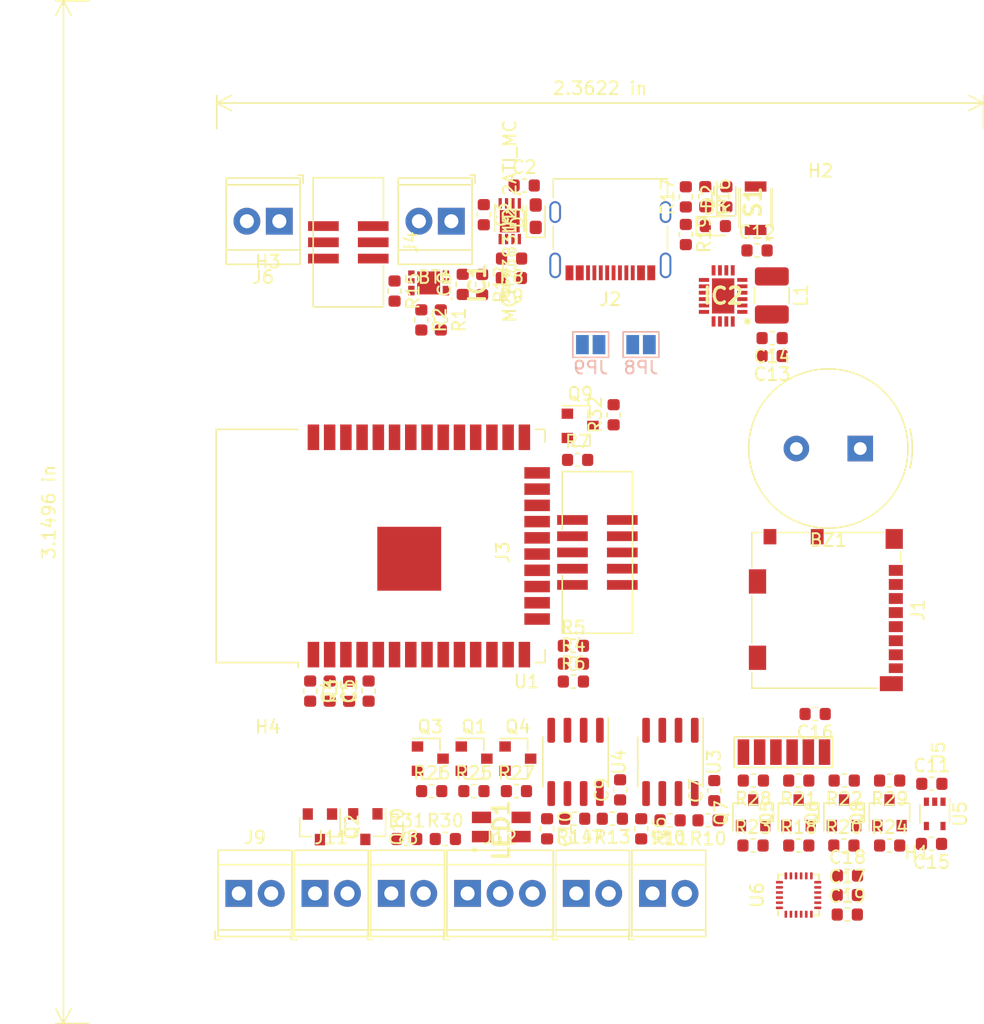
<source format=kicad_pcb>
(kicad_pcb (version 20171130) (host pcbnew "(5.1.5)-2")
  (layers (0 F.Cu signal) (31 B.Cu signal) (34 B.Paste user) (35 F.Paste user) (36 B.SilkS user) (37 F.SilkS user) (38 B.Mask user) (39 F.Mask user) (44 Edge.Cuts user))
  (net 0 "")
  (net 1 GND)
  (net 2 +3V3)
  (net 3 ESP_EN)
  (net 4 +BATT)
  (net 5 "Net-(BT1-Pad2)")
  (net 6 DC-DC_ENABLE)
  (net 7 "Net-(D2-Pad2)")
  (net 8 uC_LATCH)
  (net 9 "Net-(IC1-Pad5)")
  (net 10 "Net-(IC2-Pad5)")
  (net 11 ESP_MTDI)
  (net 12 ESP_MTDO)
  (net 13 ESP_MTCK)
  (net 14 ESP_MTMS)
  (net 15 ESP_RXD)
  (net 16 ESP_IO0)
  (net 17 Red_LED)
  (net 18 "Net-(Q1-Pad3)")
  (net 19 Green_LED)
  (net 20 "Net-(Q3-Pad3)")
  (net 21 Yellow_LED)
  (net 22 Battery_VOLTAGE)
  (net 23 "Net-(R6-Pad1)")
  (net 24 "Net-(R7-Pad1)")
  (net 25 "Net-(R9-Pad1)")
  (net 26 uC_SENSE)
  (net 27 +5V)
  (net 28 "Net-(D1-Pad1)")
  (net 29 "Net-(J9-Pad1)")
  (net 30 "Net-(LED1-Pad3)")
  (net 31 "Net-(LED1-Pad2)")
  (net 32 "Net-(LED1-Pad1)")
  (net 33 "Net-(Q4-Pad3)")
  (net 34 "Net-(C8-Pad2)")
  (net 35 "Net-(IC2-Pad1)")
  (net 36 "Net-(R4-Pad1)")
  (net 37 "Net-(R5-Pad1)")
  (net 38 "Net-(R8-Pad2)")
  (net 39 LATCH)
  (net 40 SENSE)
  (net 41 "Net-(C6-Pad1)")
  (net 42 "Net-(C10-Pad1)")
  (net 43 +1V8)
  (net 44 "Net-(C19-Pad1)")
  (net 45 ESP_SD_CS)
  (net 46 ESP_SPI_MOSI)
  (net 47 ESP_SPI_CLK)
  (net 48 ESP_SPI_MISO)
  (net 49 ESP_TXD)
  (net 50 Capacitive_Stretch2)
  (net 51 Resistive_Stretch1)
  (net 52 Resistive_Stretch2)
  (net 53 Capacitive_Stretch1)
  (net 54 "Net-(J11-Pad1)")
  (net 55 Vibrator_MOTOR2)
  (net 56 IMU_CLK)
  (net 57 IMU_MOSI)
  (net 58 ESP_IMU_CS)
  (net 59 IMU_CS)
  (net 60 IMU_MISO)
  (net 61 "Net-(BZ1-Pad2)")
  (net 62 Buzzer_IN)
  (net 63 Vibrator_MOTOR1)
  (net 64 "Net-(R10-Pad2)")
  (net 65 "Net-(R13-Pad2)")
  (net 66 Capacitive_Stretch1_OUT)
  (net 67 Capacitive_Stretch2_OUT)
  (net 68 Extern_Sensor)
  (module TerminalBlock_TE-Connectivity:TerminalBlock_TE_282834-2_1x02_P2.54mm_Horizontal (layer F.Cu) (at 78.359 47.244 180)
    (fp_text reference BT1 (at 1.27 -4.37) (layer F.SilkS))
    (fp_text value INR)
    (pad 1 thru_hole rect (at 0 0 180) (size 2.1 2.1) (drill 1.1) (layers *.Cu *.Mask) (net 4 +BATT))
    (pad 2 thru_hole circle (at 2.54 0 180) (size 2.1 2.1) (drill 1.1) (layers *.Cu *.Mask) (net 5 "Net-(BT1-Pad2)"))
  )
  (module LED_SMD:LED_0603_1608Metric_Pad1.05x0.95mm_HandSolder (layer F.Cu) (at 84.963 46.849 90)
    (fp_text reference D1 (at 0 -1.43 90) (layer F.SilkS))
    (fp_text value LED)
    (pad 1 smd roundrect (at -0.875 0 90) (size 1.05 0.95) (layers F.Cu F.Paste F.Mask) (net 28 "Net-(D1-Pad1)"))
    (pad 2 smd roundrect (at 0.875 0 90) (size 1.05 0.95) (layers F.Cu F.Paste F.Mask) (net 27 +5V))
  )
  (module MountingHole:MountingHole_3.2mm_M3 (layer F.Cu) (at 114.808 100.838)
    (fp_text reference H1 (at 0 -4.2) (layer F.SilkS))
    (fp_text value MountingHole)
    (pad 1 np_thru_hole circle (at 0 0) (size 3.2 3.2) (drill 3.2) (layers *.Cu *.Mask))
  )
  (module MountingHole:MountingHole_3.2mm_M3 (layer F.Cu) (at 107.2515 47.498)
    (fp_text reference H2 (at 0 -4.2) (layer F.SilkS))
    (fp_text value MountingHole)
    (pad 1 np_thru_hole circle (at 0 0) (size 3.2 3.2) (drill 3.2) (layers *.Cu *.Mask))
  )
  (module MountingHole:MountingHole_3.2mm_M3 (layer F.Cu) (at 64 54.61)
    (fp_text reference H3 (at 0 -4.2) (layer F.SilkS))
    (fp_text value MountingHole)
    (pad 1 np_thru_hole circle (at 0 0) (size 3.2 3.2) (drill 3.2) (layers *.Cu *.Mask))
  )
  (module MountingHole:MountingHole_3.2mm_M3 (layer F.Cu) (at 64 91)
    (fp_text reference H4 (at 0 -4.2) (layer F.SilkS))
    (fp_text value MountingHole)
    (pad 1 np_thru_hole circle (at 0 0) (size 3.2 3.2) (drill 3.2) (layers *.Cu *.Mask))
  )
  (module Versie1_FootprintLib:AP9211SAANHAC7 (layer F.Cu) (at 76.581 52.07 270)
    (fp_text reference IC1 (at 0 -3.81 90) (layer F.SilkS) (effects (font (size 1.27 1.27) (thickness 0.254))))
    (fp_text value AP9221SA-CC-HAC-7 hide)
    (pad 7 smd rect (at 0 0 270) (size 1.8 1.8) (layers F.Cu F.Paste F.Mask))
    (pad 6 smd rect (at 0.6 1.35) (size 0.5 0.75) (layers F.Cu F.Paste F.Mask) (net 1 GND))
    (pad 5 smd rect (at -0.175 1.35 270) (size 0.4 0.5) (layers F.Cu F.Paste F.Mask) (net 9 "Net-(IC1-Pad5)"))
    (pad 4 smd rect (at -0.775 1.35 270) (size 0.4 0.5) (layers F.Cu F.Paste F.Mask))
    (pad 3 smd rect (at -0.775 -1.35 270) (size 0.4 0.5) (layers F.Cu F.Paste F.Mask) (net 34 "Net-(C8-Pad2)"))
    (pad 2 smd rect (at -0.175 -1.35 270) (size 0.4 0.5) (layers F.Cu F.Paste F.Mask) (net 5 "Net-(BT1-Pad2)"))
    (pad 1 smd rect (at 0.6 -1.35) (size 0.5 0.75) (layers F.Cu F.Paste F.Mask) (net 5 "Net-(BT1-Pad2)"))
  )
  (module Versie1_FootprintLib:ISL91107IRTNZ-T7A (layer F.Cu) (at 99.6315 53.086 180)
    (fp_text reference IC2 (at 0 0) (layer F.SilkS) (effects (font (size 1.27 1.27) (thickness 0.254))))
    (fp_text value ISL91107IRTNZ-T7A hide)
    (pad 21 smd rect (at 0 0 180) (size 1.75 2.75) (layers F.Cu F.Paste F.Mask) (net 1 GND))
    (pad 20 smd rect (at -0.75 -2 180) (size 0.3 0.8) (layers F.Cu F.Paste F.Mask) (net 2 +3V3))
    (pad 19 smd rect (at -0.25 -2 180) (size 0.3 0.8) (layers F.Cu F.Paste F.Mask) (net 2 +3V3))
    (pad 18 smd rect (at 0.25 -2 180) (size 0.3 0.8) (layers F.Cu F.Paste F.Mask) (net 2 +3V3))
    (pad 17 smd rect (at 0.75 -2 180) (size 0.3 0.8) (layers F.Cu F.Paste F.Mask) (net 2 +3V3))
    (pad 16 smd rect (at 1.5 -1.25 270) (size 0.3 0.8) (layers F.Cu F.Paste F.Mask) (net 2 +3V3))
    (pad 15 smd rect (at 1.5 -0.75 270) (size 0.3 0.8) (layers F.Cu F.Paste F.Mask) (net 1 GND))
    (pad 14 smd rect (at 1.5 -0.25 270) (size 0.3 0.8) (layers F.Cu F.Paste F.Mask) (net 4 +BATT))
    (pad 13 smd rect (at 1.5 0.25 270) (size 0.3 0.8) (layers F.Cu F.Paste F.Mask) (net 6 DC-DC_ENABLE))
    (pad 12 smd rect (at 1.5 0.75 270) (size 0.3 0.8) (layers F.Cu F.Paste F.Mask) (net 4 +BATT))
    (pad 11 smd rect (at 1.5 1.25 270) (size 0.3 0.8) (layers F.Cu F.Paste F.Mask))
    (pad 10 smd rect (at 0.75 2 180) (size 0.3 0.8) (layers F.Cu F.Paste F.Mask) (net 4 +BATT))
    (pad 9 smd rect (at 0.25 2 180) (size 0.3 0.8) (layers F.Cu F.Paste F.Mask) (net 4 +BATT))
    (pad 8 smd rect (at -0.25 2 180) (size 0.3 0.8) (layers F.Cu F.Paste F.Mask) (net 4 +BATT))
    (pad 7 smd rect (at -0.75 2 180) (size 0.3 0.8) (layers F.Cu F.Paste F.Mask) (net 4 +BATT))
    (pad 6 smd rect (at -1.5 1.25 270) (size 0.3 0.8) (layers F.Cu F.Paste F.Mask) (net 10 "Net-(IC2-Pad5)"))
    (pad 5 smd rect (at -1.5 0.75 270) (size 0.3 0.8) (layers F.Cu F.Paste F.Mask) (net 10 "Net-(IC2-Pad5)"))
    (pad 4 smd rect (at -1.5 0.25 270) (size 0.3 0.8) (layers F.Cu F.Paste F.Mask) (net 1 GND))
    (pad 3 smd rect (at -1.5 -0.25 270) (size 0.3 0.8) (layers F.Cu F.Paste F.Mask) (net 1 GND))
    (pad 2 smd rect (at -1.5 -0.75 270) (size 0.3 0.8) (layers F.Cu F.Paste F.Mask) (net 35 "Net-(IC2-Pad1)"))
    (pad 1 smd rect (at -1.5 -1.25 270) (size 0.3 0.8) (layers F.Cu F.Paste F.Mask) (net 35 "Net-(IC2-Pad1)"))
  )
  (module Connector_Card:microSD_HC_Molex_104031-0811 (layer F.Cu) (at 107.696 77.6605 270)
    (fp_text reference J1 (at 0 -7.18 90) (layer F.SilkS))
    (fp_text value Micro_SD_Card)
    (pad 1 smd rect (at -3.105 -5.45 270) (size 0.85 1.1) (layers F.Cu F.Paste F.Mask))
    (pad 8 smd rect (at 4.545 -5.45 270) (size 0.75 1.1) (layers F.Cu F.Paste F.Mask))
    (pad 2 smd rect (at -2.005 -5.45 270) (size 0.85 1.1) (layers F.Cu F.Paste F.Mask) (net 45 ESP_SD_CS))
    (pad 3 smd rect (at -0.905 -5.45 270) (size 0.85 1.1) (layers F.Cu F.Paste F.Mask) (net 46 ESP_SPI_MOSI))
    (pad 4 smd rect (at 0.195 -5.45 270) (size 0.85 1.1) (layers F.Cu F.Paste F.Mask) (net 2 +3V3))
    (pad 5 smd rect (at 1.295 -5.45 270) (size 0.85 1.1) (layers F.Cu F.Paste F.Mask) (net 47 ESP_SPI_CLK))
    (pad 6 smd rect (at 2.395 -5.45 270) (size 0.85 1.1) (layers F.Cu F.Paste F.Mask) (net 1 GND))
    (pad 7 smd rect (at 3.495 -5.45 270) (size 0.85 1.1) (layers F.Cu F.Paste F.Mask) (net 48 ESP_SPI_MISO))
    (pad 11 smd rect (at 5.755 -5.1 270) (size 1.17 1.8) (layers F.Cu F.Paste F.Mask))
    (pad 11 smd rect (at -5.565 -5.325 270) (size 1.55 1.35) (layers F.Cu F.Paste F.Mask))
    (pad 10 smd rect (at -5.74 4.4 270) (size 1.2 1) (layers F.Cu F.Paste F.Mask))
    (pad 9 smd rect (at -5.74 0.7 270) (size 1.2 1) (layers F.Cu F.Paste F.Mask) (net 1 GND))
    (pad 11 smd rect (at -2.24 5.375 270) (size 1.9 1.35) (layers F.Cu F.Paste F.Mask))
    (pad 11 smd rect (at 3.73 5.375 270) (size 1.9 1.35) (layers F.Cu F.Paste F.Mask))
  )
  (module Connector_USB:USB_C_Receptacle_Palconn_UTC16-G (layer F.Cu) (at 90.805 48.768 180)
    (fp_text reference J2 (at 0 -4.58) (layer F.SilkS))
    (fp_text value USB_C_Receptacle_USB3.0)
    (pad S1 thru_hole oval (at -4.32 -1.93 270) (size 2 0.9) (drill oval 1.7 0.6) (layers *.Cu *.Mask) (net 1 GND))
    (pad S1 thru_hole oval (at 4.32 -1.93 270) (size 2 0.9) (drill oval 1.7 0.6) (layers *.Cu *.Mask) (net 1 GND))
    (pad S1 thru_hole oval (at -4.32 2.24 270) (size 1.7 0.9) (drill oval 1.4 0.6) (layers *.Cu *.Mask) (net 1 GND))
    (pad S1 thru_hole oval (at 4.32 2.24 270) (size 1.7 0.9) (drill oval 1.4 0.6) (layers *.Cu *.Mask) (net 1 GND))
    (pad B7 smd rect (at -0.75 -2.51) (size 0.3 1.16) (layers F.Cu F.Paste F.Mask))
    (pad A6 smd rect (at -0.25 -2.51) (size 0.3 1.16) (layers F.Cu F.Paste F.Mask))
    (pad A7 smd rect (at 0.25 -2.51) (size 0.3 1.16) (layers F.Cu F.Paste F.Mask))
    (pad B8 smd rect (at -1.75 -2.51) (size 0.3 1.16) (layers F.Cu F.Paste F.Mask))
    (pad A5 smd rect (at -1.25 -2.51) (size 0.3 1.16) (layers F.Cu F.Paste F.Mask))
    (pad A8 smd rect (at 1.25 -2.51) (size 0.3 1.16) (layers F.Cu F.Paste F.Mask))
    (pad B6 smd rect (at 0.75 -2.51) (size 0.3 1.16) (layers F.Cu F.Paste F.Mask))
    (pad B5 smd rect (at 1.75 -2.51) (size 0.3 1.16) (layers F.Cu F.Paste F.Mask))
    (pad "" np_thru_hole circle (at 2.89 -1.45) (size 0.6 0.6) (drill 0.6) (layers *.Cu *.Mask))
    (pad "" np_thru_hole circle (at -2.89 -1.45) (size 0.6 0.6) (drill 0.6) (layers *.Cu *.Mask))
    (pad A4 smd rect (at -2.4 -2.51 180) (size 0.6 1.16) (layers F.Cu F.Paste F.Mask) (net 27 +5V))
    (pad B9 smd rect (at -2.4 -2.51 180) (size 0.6 1.16) (layers F.Cu F.Paste F.Mask) (net 27 +5V))
    (pad A1 smd rect (at -3.2 -2.51 180) (size 0.6 1.16) (layers F.Cu F.Paste F.Mask) (net 1 GND))
    (pad B12 smd rect (at -3.2 -2.51 180) (size 0.6 1.16) (layers F.Cu F.Paste F.Mask) (net 1 GND))
    (pad B4 smd rect (at 2.4 -2.51 180) (size 0.6 1.16) (layers F.Cu F.Paste F.Mask) (net 27 +5V))
    (pad B1 smd rect (at 3.2 -2.51 180) (size 0.6 1.16) (layers F.Cu F.Paste F.Mask) (net 1 GND))
    (pad A9 smd rect (at 2.4 -2.51 180) (size 0.6 1.16) (layers F.Cu F.Paste F.Mask) (net 27 +5V))
    (pad A12 smd rect (at 3.2 -2.51 180) (size 0.6 1.16) (layers F.Cu F.Paste F.Mask) (net 1 GND))
  )
  (module TerminalBlock_TE-Connectivity:TerminalBlock_TE_282834-2_1x02_P2.54mm_Horizontal (layer F.Cu) (at 64.897 47.244 180)
    (fp_text reference J6 (at 1.27 -4.37) (layer F.SilkS))
    (fp_text value Screw_Terminal_01x02)
    (pad 2 thru_hole circle (at 2.54 0 180) (size 2.1 2.1) (drill 1.1) (layers *.Cu *.Mask) (net 2 +3V3))
    (pad 1 thru_hole rect (at 0 0 180) (size 2.1 2.1) (drill 1.1) (layers *.Cu *.Mask) (net 2 +3V3))
  )
  (module TerminalBlock_TE-Connectivity:TerminalBlock_TE_282834-2_1x02_P2.54mm_Horizontal (layer F.Cu) (at 88.138 99.822)
    (fp_text reference J7 (at 1.27 -4.37) (layer F.SilkS))
    (fp_text value Screw_Terminal_01x02)
    (pad 2 thru_hole circle (at 2.54 0) (size 2.1 2.1) (drill 1.1) (layers *.Cu *.Mask) (net 50 Capacitive_Stretch2))
    (pad 1 thru_hole rect (at 0 0) (size 2.1 2.1) (drill 1.1) (layers *.Cu *.Mask) (net 1 GND))
  )
  (module TerminalBlock_TE-Connectivity:TerminalBlock_TE_282834-2_1x02_P2.54mm_Horizontal (layer F.Cu) (at 73.66 99.822)
    (fp_text reference J8 (at 1.27 -4.37) (layer F.SilkS))
    (fp_text value Screw_Terminal_01x02)
    (pad 2 thru_hole circle (at 2.54 0) (size 2.1 2.1) (drill 1.1) (layers *.Cu *.Mask) (net 51 Resistive_Stretch1))
    (pad 1 thru_hole rect (at 0 0) (size 2.1 2.1) (drill 1.1) (layers *.Cu *.Mask) (net 52 Resistive_Stretch2))
  )
  (module TerminalBlock_TE-Connectivity:TerminalBlock_TE_282834-2_1x02_P2.54mm_Horizontal (layer F.Cu) (at 61.722 99.822)
    (fp_text reference J9 (at 1.27 -4.37) (layer F.SilkS))
    (fp_text value Screw_Terminal_01x02)
    (pad 1 thru_hole rect (at 0 0) (size 2.1 2.1) (drill 1.1) (layers *.Cu *.Mask) (net 29 "Net-(J9-Pad1)"))
    (pad 2 thru_hole circle (at 2.54 0) (size 2.1 2.1) (drill 1.1) (layers *.Cu *.Mask) (net 2 +3V3))
  )
  (module TerminalBlock_TE-Connectivity:TerminalBlock_TE_282834-2_1x02_P2.54mm_Horizontal (layer F.Cu) (at 94.107 99.822)
    (fp_text reference J10 (at 1.27 -4.37) (layer F.SilkS))
    (fp_text value Screw_Terminal_01x02)
    (pad 1 thru_hole rect (at 0 0) (size 2.1 2.1) (drill 1.1) (layers *.Cu *.Mask) (net 1 GND))
    (pad 2 thru_hole circle (at 2.54 0) (size 2.1 2.1) (drill 1.1) (layers *.Cu *.Mask) (net 53 Capacitive_Stretch1))
  )
  (module TerminalBlock_TE-Connectivity:TerminalBlock_TE_282834-2_1x02_P2.54mm_Horizontal (layer F.Cu) (at 67.691 99.822)
    (fp_text reference J11 (at 1.27 -4.37) (layer F.SilkS))
    (fp_text value Screw_Terminal_01x02)
    (pad 1 thru_hole rect (at 0 0) (size 2.1 2.1) (drill 1.1) (layers *.Cu *.Mask) (net 54 "Net-(J11-Pad1)"))
    (pad 2 thru_hole circle (at 2.54 0) (size 2.1 2.1) (drill 1.1) (layers *.Cu *.Mask) (net 2 +3V3))
  )
  (module Jumper:SolderJumper-2_P1.3mm_Open_Pad1.0x1.5mm (layer B.Cu) (at 93.203 56.896)
    (fp_text reference JP8 (at 0 1.8) (layer B.SilkS) (effects (justify mirror)))
    (fp_text value SolderJumper_2_Open)
    (pad 1 smd rect (at -0.65 0) (size 1 1.5) (layers B.Cu B.Mask) (net 8 uC_LATCH))
    (pad 2 smd rect (at 0.65 0) (size 1 1.5) (layers B.Cu B.Mask) (net 39 LATCH))
  )
  (module Jumper:SolderJumper-2_P1.3mm_Open_Pad1.0x1.5mm (layer B.Cu) (at 89.266 56.896)
    (fp_text reference JP9 (at 0 1.8) (layer B.SilkS) (effects (justify mirror)))
    (fp_text value SolderJumper_2_Open)
    (pad 2 smd rect (at 0.65 0) (size 1 1.5) (layers B.Cu B.Mask) (net 40 SENSE))
    (pad 1 smd rect (at -0.65 0) (size 1 1.5) (layers B.Cu B.Mask) (net 26 uC_SENSE))
  )
  (module Inductor_SMD:L_1210_3225Metric_Pad1.42x2.65mm_HandSolder (layer F.Cu) (at 103.4415 53.0495 270)
    (fp_text reference L1 (at 0 -2.28 90) (layer F.SilkS))
    (fp_text value 1uH)
    (pad 1 smd roundrect (at -1.4875 0 270) (size 1.425 2.65) (layers F.Cu F.Paste F.Mask) (roundrect_rratio 0.175439) (net 10 "Net-(IC2-Pad5)"))
    (pad 2 smd roundrect (at 1.4875 0 270) (size 1.425 2.65) (layers F.Cu F.Paste F.Mask) (roundrect_rratio 0.175439) (net 35 "Net-(IC2-Pad1)"))
  )
  (module Versie1_FootprintLib:SMTL4RGY (layer F.Cu) (at 82.27 94.627 90)
    (fp_text reference LED1 (at -0.25 0 90) (layer F.SilkS) (effects (font (size 1.27 1.27) (thickness 0.254))))
    (fp_text value SMTL4-RGY hide)
    (pad 4 smd rect (at 0.75 1.55 90) (size 0.9 1.5) (layers F.Cu F.Paste F.Mask) (net 4 +BATT))
    (pad 3 smd rect (at 0.75 -1.55 90) (size 0.9 1.5) (layers F.Cu F.Paste F.Mask) (net 30 "Net-(LED1-Pad3)"))
    (pad 2 smd rect (at -0.75 1.55 90) (size 0.9 1.5) (layers F.Cu F.Paste F.Mask) (net 31 "Net-(LED1-Pad2)"))
    (pad 1 smd rect (at -0.75 -1.55 90) (size 0.9 1.5) (layers F.Cu F.Paste F.Mask) (net 32 "Net-(LED1-Pad1)"))
  )
  (module Package_TO_SOT_SMD:SOT-23 (layer F.Cu) (at 80.137 89.281)
    (fp_text reference Q1 (at 0 -2.5) (layer F.SilkS))
    (fp_text value Q_NMOS_GSD)
    (pad 1 smd rect (at -1 -0.95) (size 0.9 0.8) (layers F.Cu F.Paste F.Mask) (net 17 Red_LED))
    (pad 2 smd rect (at -1 0.95) (size 0.9 0.8) (layers F.Cu F.Paste F.Mask) (net 1 GND))
    (pad 3 smd rect (at 1 0) (size 0.9 0.8) (layers F.Cu F.Paste F.Mask) (net 18 "Net-(Q1-Pad3)"))
  )
  (module Package_TO_SOT_SMD:SOT-23 (layer F.Cu) (at 68.072 94.615 270)
    (fp_text reference Q2 (at 0 -2.5 90) (layer F.SilkS))
    (fp_text value Q_NMOS_GSD)
    (pad 3 smd rect (at 1 0 270) (size 0.9 0.8) (layers F.Cu F.Paste F.Mask) (net 29 "Net-(J9-Pad1)"))
    (pad 2 smd rect (at -1 0.95 270) (size 0.9 0.8) (layers F.Cu F.Paste F.Mask) (net 1 GND))
    (pad 1 smd rect (at -1 -0.95 270) (size 0.9 0.8) (layers F.Cu F.Paste F.Mask) (net 55 Vibrator_MOTOR2))
  )
  (module Package_TO_SOT_SMD:SOT-23 (layer F.Cu) (at 76.708 89.281)
    (fp_text reference Q3 (at 0 -2.5) (layer F.SilkS))
    (fp_text value Q_NMOS_GSD)
    (pad 1 smd rect (at -1 -0.95) (size 0.9 0.8) (layers F.Cu F.Paste F.Mask) (net 19 Green_LED))
    (pad 2 smd rect (at -1 0.95) (size 0.9 0.8) (layers F.Cu F.Paste F.Mask) (net 1 GND))
    (pad 3 smd rect (at 1 0) (size 0.9 0.8) (layers F.Cu F.Paste F.Mask) (net 20 "Net-(Q3-Pad3)"))
  )
  (module Package_TO_SOT_SMD:SOT-23 (layer F.Cu) (at 83.566 89.281)
    (fp_text reference Q4 (at 0 -2.5) (layer F.SilkS))
    (fp_text value Q_NMOS_GSD)
    (pad 1 smd rect (at -1 -0.95) (size 0.9 0.8) (layers F.Cu F.Paste F.Mask) (net 21 Yellow_LED))
    (pad 2 smd rect (at -1 0.95) (size 0.9 0.8) (layers F.Cu F.Paste F.Mask) (net 1 GND))
    (pad 3 smd rect (at 1 0) (size 0.9 0.8) (layers F.Cu F.Paste F.Mask) (net 33 "Net-(Q4-Pad3)"))
  )
  (module Package_TO_SOT_SMD:SOT-23 (layer F.Cu) (at 105.537 93.5195 90)
    (fp_text reference Q5 (at 0 -2.5 90) (layer F.SilkS))
    (fp_text value Q_NMOS_GSD)
    (pad 3 smd rect (at 1 0 90) (size 0.9 0.8) (layers F.Cu F.Paste F.Mask) (net 47 ESP_SPI_CLK))
    (pad 2 smd rect (at -1 0.95 90) (size 0.9 0.8) (layers F.Cu F.Paste F.Mask) (net 56 IMU_CLK))
    (pad 1 smd rect (at -1 -0.95 90) (size 0.9 0.8) (layers F.Cu F.Paste F.Mask) (net 43 +1V8))
  )
  (module Package_TO_SOT_SMD:SOT-23 (layer F.Cu) (at 109.093 93.5195 90)
    (fp_text reference Q6 (at 0 -2.5 90) (layer F.SilkS))
    (fp_text value Q_NMOS_GSD)
    (pad 1 smd rect (at -1 -0.95 90) (size 0.9 0.8) (layers F.Cu F.Paste F.Mask) (net 43 +1V8))
    (pad 2 smd rect (at -1 0.95 90) (size 0.9 0.8) (layers F.Cu F.Paste F.Mask) (net 57 IMU_MOSI))
    (pad 3 smd rect (at 1 0 90) (size 0.9 0.8) (layers F.Cu F.Paste F.Mask) (net 46 ESP_SPI_MOSI))
  )
  (module Package_TO_SOT_SMD:SOT-23 (layer F.Cu) (at 101.981 93.5195 90)
    (fp_text reference Q7 (at 0 -2.5 90) (layer F.SilkS))
    (fp_text value Q_NMOS_GSD)
    (pad 3 smd rect (at 1 0 90) (size 0.9 0.8) (layers F.Cu F.Paste F.Mask) (net 58 ESP_IMU_CS))
    (pad 2 smd rect (at -1 0.95 90) (size 0.9 0.8) (layers F.Cu F.Paste F.Mask) (net 59 IMU_CS))
    (pad 1 smd rect (at -1 -0.95 90) (size 0.9 0.8) (layers F.Cu F.Paste F.Mask) (net 43 +1V8))
  )
  (module Package_TO_SOT_SMD:SOT-23 (layer F.Cu) (at 112.649 93.5195 90)
    (fp_text reference Q8 (at 0 -2.5 90) (layer F.SilkS))
    (fp_text value Q_NMOS_GSD)
    (pad 3 smd rect (at 1 0 90) (size 0.9 0.8) (layers F.Cu F.Paste F.Mask) (net 48 ESP_SPI_MISO))
    (pad 2 smd rect (at -1 0.95 90) (size 0.9 0.8) (layers F.Cu F.Paste F.Mask) (net 60 IMU_MISO))
    (pad 1 smd rect (at -1 -0.95 90) (size 0.9 0.8) (layers F.Cu F.Paste F.Mask) (net 43 +1V8))
  )
  (module Package_TO_SOT_SMD:SOT-23 (layer F.Cu) (at 88.4395 63.2485)
    (fp_text reference Q9 (at 0 -2.5) (layer F.SilkS))
    (fp_text value Q_NMOS_GSD)
    (pad 3 smd rect (at 1 0) (size 0.9 0.8) (layers F.Cu F.Paste F.Mask) (net 61 "Net-(BZ1-Pad2)"))
    (pad 2 smd rect (at -1 0.95) (size 0.9 0.8) (layers F.Cu F.Paste F.Mask) (net 1 GND))
    (pad 1 smd rect (at -1 -0.95) (size 0.9 0.8) (layers F.Cu F.Paste F.Mask) (net 62 Buzzer_IN))
  )
  (module Package_TO_SOT_SMD:SOT-23 (layer F.Cu) (at 71.6305 94.599 270)
    (fp_text reference Q10 (at 0 -2.5 90) (layer F.SilkS))
    (fp_text value Q_NMOS_GSD)
    (pad 1 smd rect (at -1 -0.95 270) (size 0.9 0.8) (layers F.Cu F.Paste F.Mask) (net 63 Vibrator_MOTOR1))
    (pad 2 smd rect (at -1 0.95 270) (size 0.9 0.8) (layers F.Cu F.Paste F.Mask) (net 1 GND))
    (pad 3 smd rect (at 1 0 270) (size 0.9 0.8) (layers F.Cu F.Paste F.Mask) (net 54 "Net-(J11-Pad1)"))
  )
  (module Versie1_FootprintLib:B3U-1000P (layer F.Cu) (at 102.1715 46.228 270)
    (fp_text reference S1 (at -0.461 0.206 90) (layer F.SilkS) (effects (font (size 1.27 1.27) (thickness 0.254))))
    (fp_text value B3U-1000P hide)
    (pad 2 smd rect (at -1.7 0 270) (size 0.8 1.7) (layers F.Cu F.Paste F.Mask) (net 7 "Net-(D2-Pad2)"))
    (pad 1 smd rect (at 1.7 0 270) (size 0.8 1.7) (layers F.Cu F.Paste F.Mask) (net 4 +BATT))
  )
  (module RF_Module:ESP32-WROOM-32 (layer F.Cu) (at 75.819 72.644 90)
    (fp_text reference U1 (at -10.61 8.43) (layer F.SilkS))
    (fp_text value ESP32-WROOM-32)
    (pad 39 smd rect (at -1 -0.755 90) (size 5 5) (layers F.Cu F.Paste F.Mask) (net 1 GND))
    (pad 1 smd rect (at -8.5 -8.255 90) (size 2 0.9) (layers F.Cu F.Paste F.Mask) (net 1 GND))
    (pad 2 smd rect (at -8.5 -6.985 90) (size 2 0.9) (layers F.Cu F.Paste F.Mask) (net 2 +3V3))
    (pad 3 smd rect (at -8.5 -5.715 90) (size 2 0.9) (layers F.Cu F.Paste F.Mask) (net 3 ESP_EN))
    (pad 4 smd rect (at -8.5 -4.445 90) (size 2 0.9) (layers F.Cu F.Paste F.Mask) (net 51 Resistive_Stretch1))
    (pad 5 smd rect (at -8.5 -3.175 90) (size 2 0.9) (layers F.Cu F.Paste F.Mask) (net 52 Resistive_Stretch2))
    (pad 6 smd rect (at -8.5 -1.905 90) (size 2 0.9) (layers F.Cu F.Paste F.Mask) (net 68 Extern_Sensor))
    (pad 7 smd rect (at -8.5 -0.635 90) (size 2 0.9) (layers F.Cu F.Paste F.Mask) (net 22 Battery_VOLTAGE))
    (pad 8 smd rect (at -8.5 0.635 90) (size 2 0.9) (layers F.Cu F.Paste F.Mask) (net 21 Yellow_LED))
    (pad 9 smd rect (at -8.5 1.905 90) (size 2 0.9) (layers F.Cu F.Paste F.Mask) (net 19 Green_LED))
    (pad 10 smd rect (at -8.5 3.175 90) (size 2 0.9) (layers F.Cu F.Paste F.Mask) (net 67 Capacitive_Stretch2_OUT))
    (pad 11 smd rect (at -8.5 4.445 90) (size 2 0.9) (layers F.Cu F.Paste F.Mask) (net 66 Capacitive_Stretch1_OUT))
    (pad 12 smd rect (at -8.5 5.715 90) (size 2 0.9) (layers F.Cu F.Paste F.Mask) (net 17 Red_LED))
    (pad 13 smd rect (at -8.5 6.985 90) (size 2 0.9) (layers F.Cu F.Paste F.Mask) (net 23 "Net-(R6-Pad1)"))
    (pad 14 smd rect (at -8.5 8.255 90) (size 2 0.9) (layers F.Cu F.Paste F.Mask) (net 36 "Net-(R4-Pad1)"))
    (pad 15 smd rect (at -5.715 9.255 180) (size 2 0.9) (layers F.Cu F.Paste F.Mask) (net 1 GND))
    (pad 16 smd rect (at -4.445 9.255 180) (size 2 0.9) (layers F.Cu F.Paste F.Mask) (net 37 "Net-(R5-Pad1)"))
    (pad 17 smd rect (at -3.175 9.255 180) (size 2 0.9) (layers F.Cu F.Paste F.Mask))
    (pad 18 smd rect (at -1.905 9.255 180) (size 2 0.9) (layers F.Cu F.Paste F.Mask))
    (pad 19 smd rect (at -0.635 9.255 180) (size 2 0.9) (layers F.Cu F.Paste F.Mask))
    (pad 20 smd rect (at 0.635 9.255 180) (size 2 0.9) (layers F.Cu F.Paste F.Mask))
    (pad 21 smd rect (at 1.905 9.255 180) (size 2 0.9) (layers F.Cu F.Paste F.Mask))
    (pad 22 smd rect (at 3.175 9.255 180) (size 2 0.9) (layers F.Cu F.Paste F.Mask))
    (pad 23 smd rect (at 4.445 9.255 180) (size 2 0.9) (layers F.Cu F.Paste F.Mask) (net 24 "Net-(R7-Pad1)"))
    (pad 24 smd rect (at 5.715 9.255 180) (size 2 0.9) (layers F.Cu F.Paste F.Mask) (net 62 Buzzer_IN))
    (pad 25 smd rect (at 8.5 8.255 90) (size 2 0.9) (layers F.Cu F.Paste F.Mask) (net 16 ESP_IO0))
    (pad 26 smd rect (at 8.5 6.985 90) (size 2 0.9) (layers F.Cu F.Paste F.Mask) (net 45 ESP_SD_CS))
    (pad 27 smd rect (at 8.5 5.715 90) (size 2 0.9) (layers F.Cu F.Paste F.Mask) (net 26 uC_SENSE))
    (pad 28 smd rect (at 8.5 4.445 90) (size 2 0.9) (layers F.Cu F.Paste F.Mask) (net 8 uC_LATCH))
    (pad 29 smd rect (at 8.5 3.175 90) (size 2 0.9) (layers F.Cu F.Paste F.Mask) (net 58 ESP_IMU_CS))
    (pad 30 smd rect (at 8.5 1.905 90) (size 2 0.9) (layers F.Cu F.Paste F.Mask) (net 47 ESP_SPI_CLK))
    (pad 31 smd rect (at 8.5 0.635 90) (size 2 0.9) (layers F.Cu F.Paste F.Mask) (net 48 ESP_SPI_MISO))
    (pad 32 smd rect (at 8.5 -0.635 90) (size 2 0.9) (layers F.Cu F.Paste F.Mask))
    (pad 33 smd rect (at 8.5 -1.905 90) (size 2 0.9) (layers F.Cu F.Paste F.Mask) (net 63 Vibrator_MOTOR1))
    (pad 34 smd rect (at 8.5 -3.175 90) (size 2 0.9) (layers F.Cu F.Paste F.Mask) (net 15 ESP_RXD))
    (pad 35 smd rect (at 8.5 -4.445 90) (size 2 0.9) (layers F.Cu F.Paste F.Mask) (net 49 ESP_TXD))
    (pad 36 smd rect (at 8.5 -5.715 90) (size 2 0.9) (layers F.Cu F.Paste F.Mask) (net 55 Vibrator_MOTOR2))
    (pad 37 smd rect (at 8.5 -6.985 90) (size 2 0.9) (layers F.Cu F.Paste F.Mask) (net 46 ESP_SPI_MOSI))
    (pad 38 smd rect (at 8.5 -8.255 90) (size 2 0.9) (layers F.Cu F.Paste F.Mask) (net 1 GND))
  )
  (module Versie1_FootprintLib:MCP73831T-2ATI&slash_MC (layer F.Cu) (at 82.931 47.244 270)
    (fp_text reference U2 (at 0 0 90) (layer F.SilkS))
    (fp_text value MCP73831T-2ATI_MC (at 0 0 90) (layer F.SilkS))
    (fp_text user * (at 0 0 90) (layer F.SilkS))
    (pad 9 smd rect (at 0 0 270) (size 1.7526 1.5494) (layers F.Cu F.Paste F.Mask) (net 1 GND))
    (pad 8 smd rect (at 1.397 -0.750001 270) (size 0.8128 0.254) (layers F.Cu F.Paste F.Mask) (net 25 "Net-(R9-Pad1)"))
    (pad 7 smd rect (at 1.397 -0.25 270) (size 0.8128 0.254) (layers F.Cu F.Paste F.Mask))
    (pad 6 smd rect (at 1.397 0.25 270) (size 0.8128 0.254) (layers F.Cu F.Paste F.Mask) (net 1 GND))
    (pad 5 smd rect (at 1.397 0.750001 270) (size 0.8128 0.254) (layers F.Cu F.Paste F.Mask) (net 38 "Net-(R8-Pad2)"))
    (pad 4 smd rect (at -1.397 0.750001 270) (size 0.8128 0.254) (layers F.Cu F.Paste F.Mask) (net 4 +BATT))
    (pad 3 smd rect (at -1.397 0.25 270) (size 0.8128 0.254) (layers F.Cu F.Paste F.Mask) (net 4 +BATT))
    (pad 2 smd rect (at -1.397 -0.25 270) (size 0.8128 0.254) (layers F.Cu F.Paste F.Mask) (net 27 +5V))
    (pad 1 smd rect (at -1.397 -0.750001 270) (size 0.8128 0.254) (layers F.Cu F.Paste F.Mask) (net 27 +5V))
  )
  (module Package_TO_SOT_SMD:SOT-353_SC-70-5 (layer F.Cu) (at 116.19 93.6015 270)
    (fp_text reference U5 (at 0 -2 90) (layer F.SilkS))
    (fp_text value MIC5366-1.8YC5-TR)
    (pad 1 smd rect (at -0.95 -0.65 270) (size 0.65 0.4) (layers F.Cu F.Paste F.Mask) (net 2 +3V3))
    (pad 3 smd rect (at -0.95 0.65 270) (size 0.65 0.4) (layers F.Cu F.Paste F.Mask) (net 2 +3V3))
    (pad 2 smd rect (at -0.95 0 270) (size 0.65 0.4) (layers F.Cu F.Paste F.Mask) (net 1 GND))
    (pad 4 smd rect (at 0.95 0.65 270) (size 0.65 0.4) (layers F.Cu F.Paste F.Mask))
    (pad 5 smd rect (at 0.95 -0.65 270) (size 0.65 0.4) (layers F.Cu F.Paste F.Mask) (net 43 +1V8))
  )
  (module Sensor_Motion:InvenSense_QFN-24_3x3mm_P0.4mm (layer F.Cu) (at 105.537 99.949 90)
    (fp_text reference U6 (at 0 -3.25 90) (layer F.SilkS))
    (fp_text value ICM-20948)
    (pad 1 smd roundrect (at -1.5 -1 90) (size 0.55 0.2) (layers F.Cu F.Paste F.Mask))
    (pad 2 smd roundrect (at -1.5 -0.6 90) (size 0.55 0.2) (layers F.Cu F.Paste F.Mask))
    (pad 3 smd roundrect (at -1.5 -0.2 90) (size 0.55 0.2) (layers F.Cu F.Paste F.Mask))
    (pad 4 smd roundrect (at -1.5 0.2 90) (size 0.55 0.2) (layers F.Cu F.Paste F.Mask))
    (pad 5 smd roundrect (at -1.5 0.6 90) (size 0.55 0.2) (layers F.Cu F.Paste F.Mask))
    (pad 6 smd roundrect (at -1.5 1 90) (size 0.55 0.2) (layers F.Cu F.Paste F.Mask))
    (pad 7 smd roundrect (at -1 1.5 180) (size 0.55 0.2) (layers F.Cu F.Paste F.Mask))
    (pad 8 smd roundrect (at -0.6 1.5 180) (size 0.55 0.2) (layers F.Cu F.Paste F.Mask) (net 43 +1V8))
    (pad 9 smd roundrect (at -0.2 1.5 180) (size 0.55 0.2) (layers F.Cu F.Paste F.Mask) (net 60 IMU_MISO))
    (pad 10 smd roundrect (at 0.2 1.5 180) (size 0.55 0.2) (layers F.Cu F.Paste F.Mask) (net 44 "Net-(C19-Pad1)"))
    (pad 11 smd roundrect (at 0.6 1.5 180) (size 0.55 0.2) (layers F.Cu F.Paste F.Mask))
    (pad 12 smd roundrect (at 1 1.5 180) (size 0.55 0.2) (layers F.Cu F.Paste F.Mask))
    (pad 13 smd roundrect (at 1.5 1 90) (size 0.55 0.2) (layers F.Cu F.Paste F.Mask) (net 43 +1V8))
    (pad 14 smd roundrect (at 1.5 0.6 90) (size 0.55 0.2) (layers F.Cu F.Paste F.Mask))
    (pad 15 smd roundrect (at 1.5 0.2 90) (size 0.55 0.2) (layers F.Cu F.Paste F.Mask))
    (pad 16 smd roundrect (at 1.5 -0.2 90) (size 0.55 0.2) (layers F.Cu F.Paste F.Mask))
    (pad 17 smd roundrect (at 1.5 -0.6 90) (size 0.55 0.2) (layers F.Cu F.Paste F.Mask))
    (pad 18 smd roundrect (at 1.5 -1 90) (size 0.55 0.2) (layers F.Cu F.Paste F.Mask) (net 1 GND))
    (pad 19 smd roundrect (at 1 -1.5 180) (size 0.55 0.2) (layers F.Cu F.Paste F.Mask))
    (pad 20 smd roundrect (at 0.6 -1.5 180) (size 0.55 0.2) (layers F.Cu F.Paste F.Mask) (net 1 GND))
    (pad 21 smd roundrect (at 0.2 -1.5 180) (size 0.55 0.2) (layers F.Cu F.Paste F.Mask))
    (pad 22 smd roundrect (at -0.2 -1.5 180) (size 0.55 0.2) (layers F.Cu F.Paste F.Mask) (net 59 IMU_CS))
    (pad 23 smd roundrect (at -0.6 -1.5 180) (size 0.55 0.2) (layers F.Cu F.Paste F.Mask) (net 56 IMU_CLK))
    (pad 24 smd roundrect (at -1 -1.5 180) (size 0.55 0.2) (layers F.Cu F.Paste F.Mask) (net 57 IMU_MOSI))
  )
  (module Capacitor_SMD:C_0603_1608Metric (layer F.Cu) (at 71.882 83.9965 90)
    (fp_text reference C1 (at 0 -1.43 90) (layer F.SilkS))
    (fp_text value 1uF)
    (pad 2 smd roundrect (at 0.7875 0 90) (size 0.875 0.95) (layers F.Cu F.Paste F.Mask) (net 3 ESP_EN))
    (pad 1 smd roundrect (at -0.7875 0 90) (size 0.875 0.95) (layers F.Cu F.Paste F.Mask) (net 1 GND))
  )
  (module Capacitor_SMD:C_0603_1608Metric (layer F.Cu) (at 84.06 44.45)
    (fp_text reference C2 (at 0 -1.43) (layer F.SilkS))
    (fp_text value 4.7uF)
    (pad 1 smd roundrect (at -0.7875 0) (size 0.875 0.95) (layers F.Cu F.Paste F.Mask) (net 27 +5V))
    (pad 2 smd roundrect (at 0.7875 0) (size 0.875 0.95) (layers F.Cu F.Paste F.Mask) (net 1 GND))
  )
  (module Capacitor_SMD:C_0603_1608Metric (layer F.Cu) (at 80.899 46.736 270)
    (fp_text reference C3 (at 0 -1.43 90) (layer F.SilkS))
    (fp_text value 4.7uF)
    (pad 2 smd roundrect (at 0.7875 0 270) (size 0.875 0.95) (layers F.Cu F.Paste F.Mask) (net 1 GND))
    (pad 1 smd roundrect (at -0.7875 0 270) (size 0.875 0.95) (layers F.Cu F.Paste F.Mask) (net 4 +BATT))
  )
  (module Capacitor_SMD:C_0603_1608Metric (layer F.Cu) (at 67.31 83.9965 270)
    (fp_text reference C4 (at 0 -1.43 90) (layer F.SilkS))
    (fp_text value 100nF)
    (pad 2 smd roundrect (at 0.7875 0 270) (size 0.875 0.95) (layers F.Cu F.Paste F.Mask) (net 1 GND))
    (pad 1 smd roundrect (at -0.7875 0 270) (size 0.875 0.95) (layers F.Cu F.Paste F.Mask) (net 2 +3V3))
  )
  (module Capacitor_SMD:C_0603_1608Metric (layer F.Cu) (at 68.834 83.9965 270)
    (fp_text reference C5 (at 0 -1.43 90) (layer F.SilkS))
    (fp_text value 10uF)
    (pad 1 smd roundrect (at -0.7875 0 270) (size 0.875 0.95) (layers F.Cu F.Paste F.Mask) (net 2 +3V3))
    (pad 2 smd roundrect (at 0.7875 0 270) (size 0.875 0.95) (layers F.Cu F.Paste F.Mask) (net 1 GND))
  )
  (module Capacitor_SMD:C_0603_1608Metric (layer F.Cu) (at 93.218 94.7675 270)
    (fp_text reference C6 (at 0 -1.43 90) (layer F.SilkS))
    (fp_text value 10nF)
    (pad 1 smd roundrect (at -0.7875 0 270) (size 0.875 0.95) (layers F.Cu F.Paste F.Mask) (net 41 "Net-(C6-Pad1)"))
    (pad 2 smd roundrect (at 0.7875 0 270) (size 0.875 0.95) (layers F.Cu F.Paste F.Mask) (net 1 GND))
  )
  (module Capacitor_SMD:C_0603_1608Metric (layer F.Cu) (at 98.933 91.783 90)
    (fp_text reference C7 (at 0 -1.43 90) (layer F.SilkS))
    (fp_text value 100nF)
    (pad 2 smd roundrect (at 0.7875 0 90) (size 0.875 0.95) (layers F.Cu F.Paste F.Mask) (net 1 GND))
    (pad 1 smd roundrect (at -0.7875 0 90) (size 0.875 0.95) (layers F.Cu F.Paste F.Mask) (net 2 +3V3))
  )
  (module Capacitor_SMD:C_0603_1608Metric (layer F.Cu) (at 79.248 52.183 90)
    (fp_text reference C8 (at 0 -1.43 90) (layer F.SilkS))
    (fp_text value 100nF)
    (pad 1 smd roundrect (at -0.7875 0 90) (size 0.875 0.95) (layers F.Cu F.Paste F.Mask) (net 5 "Net-(BT1-Pad2)"))
    (pad 2 smd roundrect (at 0.7875 0 90) (size 0.875 0.95) (layers F.Cu F.Paste F.Mask) (net 34 "Net-(C8-Pad2)"))
  )
  (module Capacitor_SMD:C_0603_1608Metric (layer F.Cu) (at 91.567 91.7195 90)
    (fp_text reference C9 (at 0 -1.43 90) (layer F.SilkS))
    (fp_text value 100nF)
    (pad 1 smd roundrect (at -0.7875 0 90) (size 0.875 0.95) (layers F.Cu F.Paste F.Mask) (net 2 +3V3))
    (pad 2 smd roundrect (at 0.7875 0 90) (size 0.875 0.95) (layers F.Cu F.Paste F.Mask) (net 1 GND))
  )
  (module Capacitor_SMD:C_0603_1608Metric (layer F.Cu) (at 85.852 94.7675 270)
    (fp_text reference C10 (at 0 -1.43 90) (layer F.SilkS))
    (fp_text value 10nF)
    (pad 2 smd roundrect (at 0.7875 0 270) (size 0.875 0.95) (layers F.Cu F.Paste F.Mask) (net 1 GND))
    (pad 1 smd roundrect (at -0.7875 0 270) (size 0.875 0.95) (layers F.Cu F.Paste F.Mask) (net 42 "Net-(C10-Pad1)"))
  )
  (module Capacitor_SMD:C_0603_1608Metric (layer F.Cu) (at 115.965 91.2495)
    (fp_text reference C11 (at 0 -1.43) (layer F.SilkS))
    (fp_text value 1uF)
    (pad 1 smd roundrect (at -0.7875 0) (size 0.875 0.95) (layers F.Cu F.Paste F.Mask) (net 1 GND))
    (pad 2 smd roundrect (at 0.7875 0) (size 0.875 0.95) (layers F.Cu F.Paste F.Mask) (net 2 +3V3))
  )
  (module Capacitor_SMD:C_0603_1608Metric (layer F.Cu) (at 102.2845 49.53)
    (fp_text reference C12 (at 0 -1.43) (layer F.SilkS))
    (fp_text value 22uF)
    (pad 2 smd roundrect (at 0.7875 0) (size 0.875 0.95) (layers F.Cu F.Paste F.Mask) (net 4 +BATT))
    (pad 1 smd roundrect (at -0.7875 0) (size 0.875 0.95) (layers F.Cu F.Paste F.Mask) (net 1 GND))
  )
  (module Capacitor_SMD:C_0603_1608Metric (layer F.Cu) (at 103.467 57.785 180)
    (fp_text reference C13 (at 0 -1.43) (layer F.SilkS))
    (fp_text value 22uF)
    (pad 1 smd roundrect (at -0.7875 0 180) (size 0.875 0.95) (layers F.Cu F.Paste F.Mask) (net 1 GND))
    (pad 2 smd roundrect (at 0.7875 0 180) (size 0.875 0.95) (layers F.Cu F.Paste F.Mask) (net 2 +3V3))
  )
  (module Capacitor_SMD:C_0603_1608Metric (layer F.Cu) (at 103.467 56.388 180)
    (fp_text reference C14 (at 0 -1.43) (layer F.SilkS))
    (fp_text value 22uF)
    (pad 2 smd roundrect (at 0.7875 0 180) (size 0.875 0.95) (layers F.Cu F.Paste F.Mask) (net 2 +3V3))
    (pad 1 smd roundrect (at -0.7875 0 180) (size 0.875 0.95) (layers F.Cu F.Paste F.Mask) (net 1 GND))
  )
  (module Capacitor_SMD:C_0603_1608Metric (layer F.Cu) (at 115.937 95.9485 180)
    (fp_text reference C15 (at 0 -1.43) (layer F.SilkS))
    (fp_text value 1uF)
    (pad 2 smd roundrect (at 0.7875 0 180) (size 0.875 0.95) (layers F.Cu F.Paste F.Mask) (net 1 GND))
    (pad 1 smd roundrect (at -0.7875 0 180) (size 0.875 0.95) (layers F.Cu F.Paste F.Mask) (net 43 +1V8))
  )
  (module Capacitor_SMD:C_0603_1608Metric (layer F.Cu) (at 106.8325 85.7885 180)
    (fp_text reference C16 (at 0 -1.43) (layer F.SilkS))
    (fp_text value 100nF)
    (pad 1 smd roundrect (at -0.7875 0 180) (size 0.875 0.95) (layers F.Cu F.Paste F.Mask) (net 2 +3V3))
    (pad 2 smd roundrect (at 0.7875 0 180) (size 0.875 0.95) (layers F.Cu F.Paste F.Mask) (net 1 GND))
  )
  (module Capacitor_SMD:C_0603_1608Metric (layer F.Cu) (at 109.347 99.949)
    (fp_text reference C17 (at 0 -1.43) (layer F.SilkS))
    (fp_text value 1uF)
    (pad 1 smd roundrect (at -0.7875 0) (size 0.875 0.95) (layers F.Cu F.Paste F.Mask) (net 43 +1V8))
    (pad 2 smd roundrect (at 0.7875 0) (size 0.875 0.95) (layers F.Cu F.Paste F.Mask) (net 1 GND))
  )
  (module Capacitor_SMD:C_0603_1608Metric (layer F.Cu) (at 109.361 98.425)
    (fp_text reference C18 (at 0 -1.43) (layer F.SilkS))
    (fp_text value 100nF)
    (pad 1 smd roundrect (at -0.7875 0) (size 0.875 0.95) (layers F.Cu F.Paste F.Mask) (net 43 +1V8))
    (pad 2 smd roundrect (at 0.7875 0) (size 0.875 0.95) (layers F.Cu F.Paste F.Mask) (net 1 GND))
  )
  (module Capacitor_SMD:C_0603_1608Metric (layer F.Cu) (at 109.347 101.473)
    (fp_text reference C19 (at 0 -1.43) (layer F.SilkS))
    (fp_text value 100nF)
    (pad 2 smd roundrect (at 0.7875 0) (size 0.875 0.95) (layers F.Cu F.Paste F.Mask) (net 1 GND))
    (pad 1 smd roundrect (at -0.7875 0) (size 0.875 0.95) (layers F.Cu F.Paste F.Mask) (net 44 "Net-(C19-Pad1)"))
  )
  (module Resistor_SMD:R_0603_1608Metric (layer F.Cu) (at 77.5335 54.9655 270)
    (fp_text reference R1 (at 0 -1.43 90) (layer F.SilkS))
    (fp_text value 100k)
    (pad 1 smd roundrect (at -0.7875 0 270) (size 0.875 0.95) (layers F.Cu F.Paste F.Mask) (net 4 +BATT))
    (pad 2 smd roundrect (at 0.7875 0 270) (size 0.875 0.95) (layers F.Cu F.Paste F.Mask) (net 22 Battery_VOLTAGE))
  )
  (module Resistor_SMD:R_0603_1608Metric (layer F.Cu) (at 76.0095 54.9655 270)
    (fp_text reference R2 (at 0 -1.43 90) (layer F.SilkS))
    (fp_text value 100k)
    (pad 2 smd roundrect (at 0.7875 0 270) (size 0.875 0.95) (layers F.Cu F.Paste F.Mask) (net 1 GND))
    (pad 1 smd roundrect (at -0.7875 0 270) (size 0.875 0.95) (layers F.Cu F.Paste F.Mask) (net 22 Battery_VOLTAGE))
  )
  (module Resistor_SMD:R_0603_1608Metric (layer F.Cu) (at 70.358 84.0105 90)
    (fp_text reference R3 (at 0 -1.43 90) (layer F.SilkS))
    (fp_text value 10k)
    (pad 2 smd roundrect (at 0.7875 0 90) (size 0.875 0.95) (layers F.Cu F.Paste F.Mask) (net 3 ESP_EN))
    (pad 1 smd roundrect (at -0.7875 0 90) (size 0.875 0.95) (layers F.Cu F.Paste F.Mask) (net 2 +3V3))
  )
  (module Resistor_SMD:R_0603_1608Metric (layer F.Cu) (at 87.9095 81.8515)
    (fp_text reference R4 (at 0 -1.43) (layer F.SilkS))
    (fp_text value 100)
    (pad 1 smd roundrect (at -0.7875 0) (size 0.875 0.95) (layers F.Cu F.Paste F.Mask) (net 36 "Net-(R4-Pad1)"))
    (pad 2 smd roundrect (at 0.7875 0) (size 0.875 0.95) (layers F.Cu F.Paste F.Mask) (net 11 ESP_MTDI))
  )
  (module Resistor_SMD:R_0603_1608Metric (layer F.Cu) (at 87.9095 80.4545)
    (fp_text reference R5 (at 0 -1.43) (layer F.SilkS))
    (fp_text value 100)
    (pad 2 smd roundrect (at 0.7875 0) (size 0.875 0.95) (layers F.Cu F.Paste F.Mask) (net 13 ESP_MTCK))
    (pad 1 smd roundrect (at -0.7875 0) (size 0.875 0.95) (layers F.Cu F.Paste F.Mask) (net 37 "Net-(R5-Pad1)"))
  )
  (module Resistor_SMD:R_0603_1608Metric (layer F.Cu) (at 87.9095 83.2485)
    (fp_text reference R6 (at 0 -1.43) (layer F.SilkS))
    (fp_text value 100)
    (pad 2 smd roundrect (at 0.7875 0) (size 0.875 0.95) (layers F.Cu F.Paste F.Mask) (net 14 ESP_MTMS))
    (pad 1 smd roundrect (at -0.7875 0) (size 0.875 0.95) (layers F.Cu F.Paste F.Mask) (net 23 "Net-(R6-Pad1)"))
  )
  (module Resistor_SMD:R_0603_1608Metric (layer F.Cu) (at 88.2395 65.913)
    (fp_text reference R7 (at 0 -1.43) (layer F.SilkS))
    (fp_text value 100)
    (pad 1 smd roundrect (at -0.7875 0) (size 0.875 0.95) (layers F.Cu F.Paste F.Mask) (net 24 "Net-(R7-Pad1)"))
    (pad 2 smd roundrect (at 0.7875 0) (size 0.875 0.95) (layers F.Cu F.Paste F.Mask) (net 12 ESP_MTDO))
  )
  (module Resistor_SMD:R_0603_1608Metric (layer F.Cu) (at 83.072 50.165 180)
    (fp_text reference R8 (at 0 -1.43) (layer F.SilkS))
    (fp_text value 470)
    (pad 2 smd roundrect (at 0.7875 0 180) (size 0.875 0.95) (layers F.Cu F.Paste F.Mask) (net 38 "Net-(R8-Pad2)"))
    (pad 1 smd roundrect (at -0.7875 0 180) (size 0.875 0.95) (layers F.Cu F.Paste F.Mask) (net 28 "Net-(D1-Pad1)"))
  )
  (module Resistor_SMD:R_0603_1608Metric (layer F.Cu) (at 83.058 51.689 180)
    (fp_text reference R9 (at 0 -1.43) (layer F.SilkS))
    (fp_text value 2k)
    (pad 1 smd roundrect (at -0.7875 0 180) (size 0.875 0.95) (layers F.Cu F.Paste F.Mask) (net 25 "Net-(R9-Pad1)"))
    (pad 2 smd roundrect (at 0.7875 0 180) (size 0.875 0.95) (layers F.Cu F.Paste F.Mask) (net 1 GND))
  )
  (module Resistor_SMD:R_0603_1608Metric (layer F.Cu) (at 98.4505 94.107 180)
    (fp_text reference R10 (at 0 -1.43) (layer F.SilkS))
    (fp_text value 10k)
    (pad 2 smd roundrect (at 0.7875 0 180) (size 0.875 0.95) (layers F.Cu F.Paste F.Mask) (net 64 "Net-(R10-Pad2)"))
    (pad 1 smd roundrect (at -0.7875 0 180) (size 0.875 0.95) (layers F.Cu F.Paste F.Mask) (net 2 +3V3))
  )
  (module Resistor_SMD:R_0603_1608Metric (layer F.Cu) (at 95.4785 94.107 180)
    (fp_text reference R11 (at 0 -1.43) (layer F.SilkS))
    (fp_text value 180k)
    (pad 1 smd roundrect (at -0.7875 0 180) (size 0.875 0.95) (layers F.Cu F.Paste F.Mask) (net 64 "Net-(R10-Pad2)"))
    (pad 2 smd roundrect (at 0.7875 0 180) (size 0.875 0.95) (layers F.Cu F.Paste F.Mask) (net 53 Capacitive_Stretch1))
  )
  (module Resistor_SMD:R_0603_1608Metric (layer F.Cu) (at 80.772 52.197 270)
    (fp_text reference R12 (at 0 -1.43 90) (layer F.SilkS))
    (fp_text value 330)
    (pad 1 smd roundrect (at -0.7875 0 270) (size 0.875 0.95) (layers F.Cu F.Paste F.Mask) (net 34 "Net-(C8-Pad2)"))
    (pad 2 smd roundrect (at 0.7875 0 270) (size 0.875 0.95) (layers F.Cu F.Paste F.Mask) (net 4 +BATT))
  )
  (module Resistor_SMD:R_0603_1608Metric (layer F.Cu) (at 90.9575 93.98 180)
    (fp_text reference R13 (at 0 -1.43) (layer F.SilkS))
    (fp_text value 10k)
    (pad 2 smd roundrect (at 0.7875 0 180) (size 0.875 0.95) (layers F.Cu F.Paste F.Mask) (net 65 "Net-(R13-Pad2)"))
    (pad 1 smd roundrect (at -0.7875 0 180) (size 0.875 0.95) (layers F.Cu F.Paste F.Mask) (net 2 +3V3))
  )
  (module Resistor_SMD:R_0603_1608Metric (layer F.Cu) (at 88.011 93.98 180)
    (fp_text reference R14 (at 0 -1.43) (layer F.SilkS))
    (fp_text value 180k)
    (pad 1 smd roundrect (at -0.7875 0 180) (size 0.875 0.95) (layers F.Cu F.Paste F.Mask) (net 65 "Net-(R13-Pad2)"))
    (pad 2 smd roundrect (at 0.7875 0 180) (size 0.875 0.95) (layers F.Cu F.Paste F.Mask) (net 50 Capacitive_Stretch2))
  )
  (module Resistor_SMD:R_0603_1608Metric (layer F.Cu) (at 73.914 52.705 270)
    (fp_text reference R15 (at 0 -1.43 90) (layer F.SilkS))
    (fp_text value 2.7k)
    (pad 2 smd roundrect (at 0.7875 0 270) (size 0.875 0.95) (layers F.Cu F.Paste F.Mask) (net 1 GND))
    (pad 1 smd roundrect (at -0.7875 0 270) (size 0.875 0.95) (layers F.Cu F.Paste F.Mask) (net 9 "Net-(IC1-Pad5)"))
  )
  (module Resistor_SMD:R_0603_1608Metric (layer F.Cu) (at 98.2345 45.325 270)
    (fp_text reference R16 (at 0 -1.43 90) (layer F.SilkS))
    (fp_text value 100k)
    (pad 1 smd roundrect (at -0.7875 0 270) (size 0.875 0.95) (layers F.Cu F.Paste F.Mask) (net 7 "Net-(D2-Pad2)"))
    (pad 2 smd roundrect (at 0.7875 0 270) (size 0.875 0.95) (layers F.Cu F.Paste F.Mask) (net 40 SENSE))
  )
  (module Resistor_SMD:R_0603_1608Metric (layer F.Cu) (at 96.7105 45.339 90)
    (fp_text reference R17 (at 0 -1.43 90) (layer F.SilkS))
    (fp_text value 100k)
    (pad 1 smd roundrect (at -0.7875 0 90) (size 0.875 0.95) (layers F.Cu F.Paste F.Mask) (net 40 SENSE))
    (pad 2 smd roundrect (at 0.7875 0 90) (size 0.875 0.95) (layers F.Cu F.Paste F.Mask) (net 1 GND))
  )
  (module Resistor_SMD:R_0603_1608Metric (layer F.Cu) (at 105.551 96.0755)
    (fp_text reference R18 (at 0 -1.43) (layer F.SilkS))
    (fp_text value 2.2k)
    (pad 1 smd roundrect (at -0.7875 0) (size 0.875 0.95) (layers F.Cu F.Paste F.Mask) (net 43 +1V8))
    (pad 2 smd roundrect (at 0.7875 0) (size 0.875 0.95) (layers F.Cu F.Paste F.Mask) (net 56 IMU_CLK))
  )
  (module Resistor_SMD:R_0603_1608Metric (layer F.Cu) (at 96.7105 48.2855 270)
    (fp_text reference R19 (at 0 -1.43 90) (layer F.SilkS))
    (fp_text value 100k)
    (pad 2 smd roundrect (at 0.7875 0 270) (size 0.875 0.95) (layers F.Cu F.Paste F.Mask) (net 1 GND))
    (pad 1 smd roundrect (at -0.7875 0 270) (size 0.875 0.95) (layers F.Cu F.Paste F.Mask) (net 6 DC-DC_ENABLE))
  )
  (module Resistor_SMD:R_0603_1608Metric (layer F.Cu) (at 109.079 96.0755)
    (fp_text reference R20 (at 0 -1.43) (layer F.SilkS))
    (fp_text value 2.2k)
    (pad 2 smd roundrect (at 0.7875 0) (size 0.875 0.95) (layers F.Cu F.Paste F.Mask) (net 57 IMU_MOSI))
    (pad 1 smd roundrect (at -0.7875 0) (size 0.875 0.95) (layers F.Cu F.Paste F.Mask) (net 43 +1V8))
  )
  (module Resistor_SMD:R_0603_1608Metric (layer F.Cu) (at 105.551 90.9955 180)
    (fp_text reference R21 (at 0 -1.43) (layer F.SilkS))
    (fp_text value 2.2k)
    (pad 2 smd roundrect (at 0.7875 0 180) (size 0.875 0.95) (layers F.Cu F.Paste F.Mask) (net 47 ESP_SPI_CLK))
    (pad 1 smd roundrect (at -0.7875 0 180) (size 0.875 0.95) (layers F.Cu F.Paste F.Mask) (net 2 +3V3))
  )
  (module Resistor_SMD:R_0603_1608Metric (layer F.Cu) (at 109.107 90.9955 180)
    (fp_text reference R22 (at 0 -1.43) (layer F.SilkS))
    (fp_text value 2.2k)
    (pad 1 smd roundrect (at -0.7875 0 180) (size 0.875 0.95) (layers F.Cu F.Paste F.Mask) (net 2 +3V3))
    (pad 2 smd roundrect (at 0.7875 0 180) (size 0.875 0.95) (layers F.Cu F.Paste F.Mask) (net 46 ESP_SPI_MOSI))
  )
  (module Resistor_SMD:R_0603_1608Metric (layer F.Cu) (at 101.967 96.0755)
    (fp_text reference R23 (at 0 -1.43) (layer F.SilkS))
    (fp_text value 2.2k)
    (pad 2 smd roundrect (at 0.7875 0) (size 0.875 0.95) (layers F.Cu F.Paste F.Mask) (net 59 IMU_CS))
    (pad 1 smd roundrect (at -0.7875 0) (size 0.875 0.95) (layers F.Cu F.Paste F.Mask) (net 43 +1V8))
  )
  (module Resistor_SMD:R_0603_1608Metric (layer F.Cu) (at 112.663 96.0755)
    (fp_text reference R24 (at 0 -1.43) (layer F.SilkS))
    (fp_text value 2.2k)
    (pad 1 smd roundrect (at -0.7875 0) (size 0.875 0.95) (layers F.Cu F.Paste F.Mask) (net 43 +1V8))
    (pad 2 smd roundrect (at 0.7875 0) (size 0.875 0.95) (layers F.Cu F.Paste F.Mask) (net 60 IMU_MISO))
  )
  (module Resistor_SMD:R_0603_1608Metric (layer F.Cu) (at 80.123 91.821)
    (fp_text reference R25 (at 0 -1.43) (layer F.SilkS))
    (fp_text value 120)
    (pad 2 smd roundrect (at 0.7875 0) (size 0.875 0.95) (layers F.Cu F.Paste F.Mask) (net 18 "Net-(Q1-Pad3)"))
    (pad 1 smd roundrect (at -0.7875 0) (size 0.875 0.95) (layers F.Cu F.Paste F.Mask) (net 30 "Net-(LED1-Pad3)"))
  )
  (module Resistor_SMD:R_0603_1608Metric (layer F.Cu) (at 76.821 91.821)
    (fp_text reference R26 (at 0 -1.43) (layer F.SilkS))
    (fp_text value 120)
    (pad 2 smd roundrect (at 0.7875 0) (size 0.875 0.95) (layers F.Cu F.Paste F.Mask) (net 20 "Net-(Q3-Pad3)"))
    (pad 1 smd roundrect (at -0.7875 0) (size 0.875 0.95) (layers F.Cu F.Paste F.Mask) (net 32 "Net-(LED1-Pad1)"))
  )
  (module Resistor_SMD:R_0603_1608Metric (layer F.Cu) (at 83.453 91.821)
    (fp_text reference R27 (at 0 -1.43) (layer F.SilkS))
    (fp_text value 120)
    (pad 1 smd roundrect (at -0.7875 0) (size 0.875 0.95) (layers F.Cu F.Paste F.Mask) (net 31 "Net-(LED1-Pad2)"))
    (pad 2 smd roundrect (at 0.7875 0) (size 0.875 0.95) (layers F.Cu F.Paste F.Mask) (net 33 "Net-(Q4-Pad3)"))
  )
  (module Resistor_SMD:R_0603_1608Metric (layer F.Cu) (at 101.995 90.9955 180)
    (fp_text reference R28 (at 0 -1.43) (layer F.SilkS))
    (fp_text value 2.2k)
    (pad 1 smd roundrect (at -0.7875 0 180) (size 0.875 0.95) (layers F.Cu F.Paste F.Mask) (net 2 +3V3))
    (pad 2 smd roundrect (at 0.7875 0 180) (size 0.875 0.95) (layers F.Cu F.Paste F.Mask) (net 58 ESP_IMU_CS))
  )
  (module Resistor_SMD:R_0603_1608Metric (layer F.Cu) (at 112.663 90.9955 180)
    (fp_text reference R29 (at 0 -1.43) (layer F.SilkS))
    (fp_text value 2.2k)
    (pad 2 smd roundrect (at 0.7875 0 180) (size 0.875 0.95) (layers F.Cu F.Paste F.Mask) (net 48 ESP_SPI_MISO))
    (pad 1 smd roundrect (at -0.7875 0 180) (size 0.875 0.95) (layers F.Cu F.Paste F.Mask) (net 2 +3V3))
  )
  (module Resistor_SMD:R_0603_1608Metric (layer F.Cu) (at 77.889 95.5675)
    (fp_text reference R30 (at 0 -1.43) (layer F.SilkS))
    (fp_text value 1k)
    (pad 1 smd roundrect (at -0.7875 0) (size 0.875 0.95) (layers F.Cu F.Paste F.Mask) (net 51 Resistive_Stretch1))
    (pad 2 smd roundrect (at 0.7875 0) (size 0.875 0.95) (layers F.Cu F.Paste F.Mask) (net 1 GND))
  )
  (module Resistor_SMD:R_0603_1608Metric (layer F.Cu) (at 74.8665 95.5675)
    (fp_text reference R31 (at 0 -1.43) (layer F.SilkS))
    (fp_text value 1k)
    (pad 1 smd roundrect (at -0.7875 0) (size 0.875 0.95) (layers F.Cu F.Paste F.Mask) (net 1 GND))
    (pad 2 smd roundrect (at 0.7875 0) (size 0.875 0.95) (layers F.Cu F.Paste F.Mask) (net 52 Resistive_Stretch2))
  )
  (module Resistor_SMD:R_0603_1608Metric (layer F.Cu) (at 91.059 62.3825 90)
    (fp_text reference R32 (at 0 -1.43 90) (layer F.SilkS))
    (fp_text value 10k)
    (pad 2 smd roundrect (at 0.7875 0 90) (size 0.875 0.95) (layers F.Cu F.Paste F.Mask) (net 2 +3V3))
    (pad 1 smd roundrect (at -0.7875 0 90) (size 0.875 0.95) (layers F.Cu F.Paste F.Mask) (net 61 "Net-(BZ1-Pad2)"))
  )
  (module Package_SO:SOIC-8_3.9x4.9mm_P1.27mm (layer F.Cu) (at 95.504 89.535 270)
    (fp_text reference U3 (at 0 -3.4 90) (layer F.SilkS))
    (fp_text value NE555DR)
    (pad 8 smd roundrect (at 2.475 -1.905 270) (size 1.95 0.6) (layers F.Cu F.Paste F.Mask) (net 2 +3V3))
    (pad 7 smd roundrect (at 2.475 -0.635 270) (size 1.95 0.6) (layers F.Cu F.Paste F.Mask) (net 64 "Net-(R10-Pad2)"))
    (pad 6 smd roundrect (at 2.475 0.635 270) (size 1.95 0.6) (layers F.Cu F.Paste F.Mask) (net 53 Capacitive_Stretch1))
    (pad 5 smd roundrect (at 2.475 1.905 270) (size 1.95 0.6) (layers F.Cu F.Paste F.Mask) (net 41 "Net-(C6-Pad1)"))
    (pad 4 smd roundrect (at -2.475 1.905 270) (size 1.95 0.6) (layers F.Cu F.Paste F.Mask) (net 2 +3V3))
    (pad 3 smd roundrect (at -2.475 0.635 270) (size 1.95 0.6) (layers F.Cu F.Paste F.Mask) (net 66 Capacitive_Stretch1_OUT))
    (pad 2 smd roundrect (at -2.475 -0.635 270) (size 1.95 0.6) (layers F.Cu F.Paste F.Mask) (net 53 Capacitive_Stretch1))
    (pad 1 smd roundrect (at -2.475 -1.905 270) (size 1.95 0.6) (layers F.Cu F.Paste F.Mask) (net 1 GND))
  )
  (module Package_SO:SOIC-8_3.9x4.9mm_P1.27mm (layer F.Cu) (at 88.079999 89.535 270)
    (fp_text reference U4 (at 0 -3.4 90) (layer F.SilkS))
    (fp_text value NE555DR)
    (pad 1 smd roundrect (at -2.475 -1.905 270) (size 1.95 0.6) (layers F.Cu F.Paste F.Mask) (net 1 GND))
    (pad 2 smd roundrect (at -2.475 -0.635 270) (size 1.95 0.6) (layers F.Cu F.Paste F.Mask) (net 50 Capacitive_Stretch2))
    (pad 3 smd roundrect (at -2.475 0.635 270) (size 1.95 0.6) (layers F.Cu F.Paste F.Mask) (net 67 Capacitive_Stretch2_OUT))
    (pad 4 smd roundrect (at -2.475 1.905 270) (size 1.95 0.6) (layers F.Cu F.Paste F.Mask) (net 2 +3V3))
    (pad 5 smd roundrect (at 2.475 1.905 270) (size 1.95 0.6) (layers F.Cu F.Paste F.Mask) (net 42 "Net-(C10-Pad1)"))
    (pad 6 smd roundrect (at 2.475 0.635 270) (size 1.95 0.6) (layers F.Cu F.Paste F.Mask) (net 50 Capacitive_Stretch2))
    (pad 7 smd roundrect (at 2.475 -0.635 270) (size 1.95 0.6) (layers F.Cu F.Paste F.Mask) (net 65 "Net-(R13-Pad2)"))
    (pad 8 smd roundrect (at 2.475 -1.905 270) (size 1.95 0.6) (layers F.Cu F.Paste F.Mask) (net 2 +3V3))
  )
  (module Buzzer_Beeper:Buzzer_TDK_PS1240P02BT_D12.2mm_H6.5mm (layer F.Cu) (at 110.363 65.024 180)
    (fp_text reference BZ1 (at 2.5 -7.17) (layer F.SilkS))
    (fp_text value Buzzer)
    (pad 1 thru_hole rect (at 0 0 180) (size 2 2) (drill 1) (layers *.Cu *.Mask) (net 2 +3V3))
    (pad 2 thru_hole circle (at 5 0 180) (size 2 2) (drill 1) (layers *.Cu *.Mask) (net 61 "Net-(BZ1-Pad2)"))
  )
  (module Versie1_FootprintLib:Pin_Header_2x5_1.27mm_CONN (layer F.Cu) (at 89.789 73.152 270)
    (fp_text reference J3 (at 0 7.4 90) (layer F.SilkS))
    (fp_text value JTAG)
    (pad 10 smd rect (at -2.54 -1.95 270) (size 0.76 2.4) (layers F.Cu F.Paste F.Mask) (net 14 ESP_MTMS))
    (pad 9 smd rect (at -1.27 -1.95 270) (size 0.76 2.4) (layers F.Cu F.Paste F.Mask) (net 13 ESP_MTCK))
    (pad 8 smd rect (at 0 -1.95 270) (size 0.76 2.4) (layers F.Cu F.Paste F.Mask) (net 12 ESP_MTDO))
    (pad 7 smd rect (at 1.27 -1.95 270) (size 0.76 2.4) (layers F.Cu F.Paste F.Mask) (net 11 ESP_MTDI))
    (pad 6 smd rect (at 2.54 -1.95 270) (size 0.76 2.4) (layers F.Cu F.Paste F.Mask))
    (pad 5 smd rect (at 2.54 1.95 270) (size 0.76 2.4) (layers F.Cu F.Paste F.Mask) (net 1 GND))
    (pad 4 smd rect (at 1.27 1.95 270) (size 0.76 2.4) (layers F.Cu F.Paste F.Mask) (net 1 GND))
    (pad 3 smd rect (at 0 1.95 270) (size 0.76 2.4) (layers F.Cu F.Paste F.Mask) (net 1 GND))
    (pad 2 smd rect (at -1.27 1.95 270) (size 0.76 2.4) (layers F.Cu F.Paste F.Mask) (net 1 GND))
    (pad 1 smd rect (at -2.54 1.95 270) (size 0.76 2.4) (layers F.Cu F.Paste F.Mask))
  )
  (module Versie1_FootprintLib:Pin_Header_2x3_1.27mm_CONN (layer F.Cu) (at 70.2945 48.895 90)
    (fp_text reference J4 (at 0 4.9 90) (layer F.SilkS))
    (fp_text value Programmer)
    (pad 1 smd rect (at -1.27 1.95 90) (size 0.76 2.4) (layers F.Cu F.Paste F.Mask) (net 3 ESP_EN))
    (pad 2 smd rect (at 0 1.95 90) (size 0.76 2.4) (layers F.Cu F.Paste F.Mask) (net 49 ESP_TXD))
    (pad 3 smd rect (at 1.27 1.95 90) (size 0.76 2.4) (layers F.Cu F.Paste F.Mask) (net 15 ESP_RXD))
    (pad 4 smd rect (at 1.27 -1.95 90) (size 0.76 2.4) (layers F.Cu F.Paste F.Mask) (net 16 ESP_IO0))
    (pad 5 smd rect (at 0 -1.95 90) (size 0.76 2.4) (layers F.Cu F.Paste F.Mask) (net 1 GND))
    (pad 6 smd rect (at -1.27 -1.95 90) (size 0.76 2.4) (layers F.Cu F.Paste F.Mask))
  )
  (module Versie1_FootprintLib:IMU_Testpins (layer F.Cu) (at 104.394 88.773 90)
    (fp_text reference J5 (at 0 12.1 90) (layer F.SilkS))
    (fp_text value Conn_01x06_Male)
    (pad 4 smd rect (at 0 0.635 90) (size 2 0.9) (layers F.Cu F.Paste F.Mask) (net 46 ESP_SPI_MOSI))
    (pad 3 smd rect (at 0 -0.635 90) (size 2 0.9) (layers F.Cu F.Paste F.Mask) (net 47 ESP_SPI_CLK))
    (pad 2 smd rect (at 0 -1.905 90) (size 2 0.9) (layers F.Cu F.Paste F.Mask) (net 48 ESP_SPI_MISO))
    (pad 1 smd rect (at 0 -3.175 90) (size 2 0.9) (layers F.Cu F.Paste F.Mask) (net 58 ESP_IMU_CS))
    (pad 5 smd rect (at 0 1.905 90) (size 2 0.9) (layers F.Cu F.Paste F.Mask) (net 2 +3V3))
    (pad 6 smd rect (at 0 3.175 90) (size 2 0.9) (layers F.Cu F.Paste F.Mask) (net 1 GND))
  )
  (module TerminalBlock_TE-Connectivity:TerminalBlock_TE_282834-3_1x03_P2.54mm_Horizontal (layer F.Cu) (at 79.629 99.822)
    (fp_text reference J12 (at 2.54 -4.37) (layer F.SilkS))
    (fp_text value Screw_Terminal_01x03)
    (pad 1 thru_hole rect (at 0 0) (size 2.1 2.1) (drill 1.1) (layers *.Cu *.Mask) (net 1 GND))
    (pad 2 thru_hole circle (at 2.54 0) (size 2.1 2.1) (drill 1.1) (layers *.Cu *.Mask) (net 2 +3V3))
    (pad 3 thru_hole circle (at 5.08 0) (size 2.1 2.1) (drill 1.1) (layers *.Cu *.Mask) (net 68 Extern_Sensor))
  )
  (module Diode_SMD:D_0603_1608Metric (layer F.Cu) (at 99.8855 45.339 90)
    (fp_text reference D2 (at 0 -1.43 90) (layer F.SilkS))
    (fp_text value SD1206S040S0R5)
    (pad 2 smd roundrect (at 0.7875 0 90) (size 0.875 0.95) (layers F.Cu F.Paste F.Mask) (net 7 "Net-(D2-Pad2)"))
    (pad 1 smd roundrect (at -0.7875 0 90) (size 0.875 0.95) (layers F.Cu F.Paste F.Mask) (net 6 DC-DC_ENABLE))
  )
  (module Diode_SMD:D_0603_1608Metric (layer F.Cu) (at 99.022 47.625)
    (fp_text reference D3 (at 0 -1.43) (layer F.SilkS))
    (fp_text value SD1206S040S0R5)
    (pad 1 smd roundrect (at -0.7875 0) (size 0.875 0.95) (layers F.Cu F.Paste F.Mask) (net 6 DC-DC_ENABLE))
    (pad 2 smd roundrect (at 0.7875 0) (size 0.875 0.95) (layers F.Cu F.Paste F.Mask) (net 39 LATCH))
  )
  (dimension 60 (width 0.12) (layer F.SilkS) (gr_text "60,000 mm" (at 90 36.73) (layer F.SilkS) (effects (font (size 1 1) (thickness 0.15)))) (feature1 (pts (xy 120 40) (xy 120 37.413579))) (feature2 (pts (xy 60 40) (xy 60 37.413579))) (crossbar (pts (xy 60 38) (xy 120 38))) (arrow1a (pts (xy 120 38) (xy 118.873496 38.586421))) (arrow1b (pts (xy 120 38) (xy 118.873496 37.413579))) (arrow2a (pts (xy 60 38) (xy 61.126504 38.586421))) (arrow2b (pts (xy 60 38) (xy 61.126504 37.413579))))
  (dimension 80 (width 0.12) (layer F.SilkS) (gr_text "80,000 mm" (at 46.730001 70 270) (layer F.SilkS) (effects (font (size 1 1) (thickness 0.15)))) (feature1 (pts (xy 50 110) (xy 47.41358 110))) (feature2 (pts (xy 50 30) (xy 47.41358 30))) (crossbar (pts (xy 48.000001 30) (xy 48.000001 110))) (arrow1a (pts (xy 48.000001 110) (xy 47.41358 108.873496))) (arrow1b (pts (xy 48.000001 110) (xy 48.586422 108.873496))) (arrow2a (pts (xy 48.000001 30) (xy 47.41358 31.126504))) (arrow2b (pts (xy 48.000001 30) (xy 48.586422 31.126504))))
)
</source>
